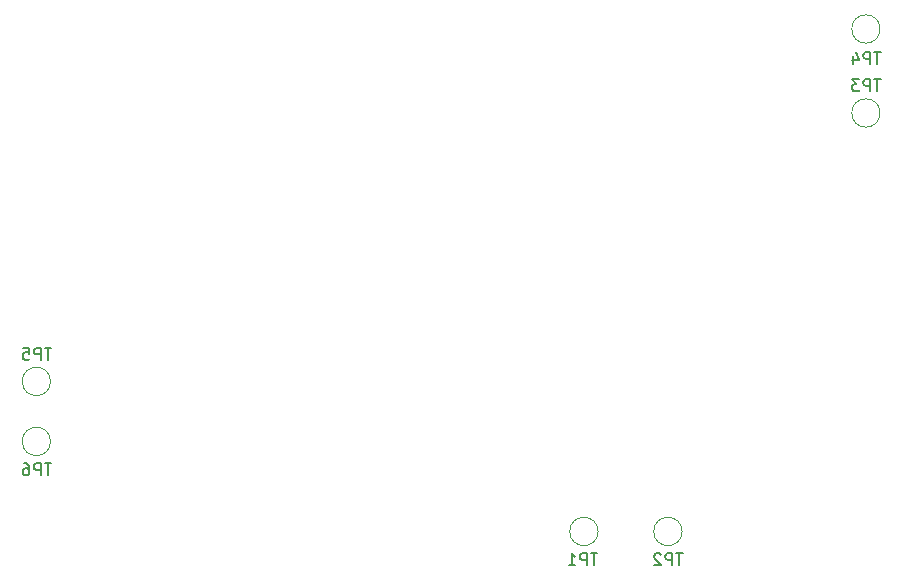
<source format=gbo>
G04 #@! TF.GenerationSoftware,KiCad,Pcbnew,6.0.2+dfsg-1*
G04 #@! TF.CreationDate,2023-08-12T13:44:00-06:00*
G04 #@! TF.ProjectId,ckt-soundplay,636b742d-736f-4756-9e64-706c61792e6b,rev?*
G04 #@! TF.SameCoordinates,Original*
G04 #@! TF.FileFunction,Legend,Bot*
G04 #@! TF.FilePolarity,Positive*
%FSLAX46Y46*%
G04 Gerber Fmt 4.6, Leading zero omitted, Abs format (unit mm)*
G04 Created by KiCad (PCBNEW 6.0.2+dfsg-1) date 2023-08-12 13:44:00*
%MOMM*%
%LPD*%
G01*
G04 APERTURE LIST*
%ADD10C,0.150000*%
%ADD11C,0.120000*%
G04 APERTURE END LIST*
D10*
X83684904Y-189571380D02*
X83113476Y-189571380D01*
X83399190Y-190571380D02*
X83399190Y-189571380D01*
X82780142Y-190571380D02*
X82780142Y-189571380D01*
X82399190Y-189571380D01*
X82303952Y-189619000D01*
X82256333Y-189666619D01*
X82208714Y-189761857D01*
X82208714Y-189904714D01*
X82256333Y-189999952D01*
X82303952Y-190047571D01*
X82399190Y-190095190D01*
X82780142Y-190095190D01*
X81827761Y-189666619D02*
X81780142Y-189619000D01*
X81684904Y-189571380D01*
X81446809Y-189571380D01*
X81351571Y-189619000D01*
X81303952Y-189666619D01*
X81256333Y-189761857D01*
X81256333Y-189857095D01*
X81303952Y-189999952D01*
X81875380Y-190571380D01*
X81256333Y-190571380D01*
X30217904Y-181951380D02*
X29646476Y-181951380D01*
X29932190Y-182951380D02*
X29932190Y-181951380D01*
X29313142Y-182951380D02*
X29313142Y-181951380D01*
X28932190Y-181951380D01*
X28836952Y-181999000D01*
X28789333Y-182046619D01*
X28741714Y-182141857D01*
X28741714Y-182284714D01*
X28789333Y-182379952D01*
X28836952Y-182427571D01*
X28932190Y-182475190D01*
X29313142Y-182475190D01*
X27884571Y-181951380D02*
X28075047Y-181951380D01*
X28170285Y-181999000D01*
X28217904Y-182046619D01*
X28313142Y-182189476D01*
X28360761Y-182379952D01*
X28360761Y-182760904D01*
X28313142Y-182856142D01*
X28265523Y-182903761D01*
X28170285Y-182951380D01*
X27979809Y-182951380D01*
X27884571Y-182903761D01*
X27836952Y-182856142D01*
X27789333Y-182760904D01*
X27789333Y-182522809D01*
X27836952Y-182427571D01*
X27884571Y-182379952D01*
X27979809Y-182332333D01*
X28170285Y-182332333D01*
X28265523Y-182379952D01*
X28313142Y-182427571D01*
X28360761Y-182522809D01*
X100448904Y-149439380D02*
X99877476Y-149439380D01*
X100163190Y-150439380D02*
X100163190Y-149439380D01*
X99544142Y-150439380D02*
X99544142Y-149439380D01*
X99163190Y-149439380D01*
X99067952Y-149487000D01*
X99020333Y-149534619D01*
X98972714Y-149629857D01*
X98972714Y-149772714D01*
X99020333Y-149867952D01*
X99067952Y-149915571D01*
X99163190Y-149963190D01*
X99544142Y-149963190D01*
X98639380Y-149439380D02*
X98020333Y-149439380D01*
X98353666Y-149820333D01*
X98210809Y-149820333D01*
X98115571Y-149867952D01*
X98067952Y-149915571D01*
X98020333Y-150010809D01*
X98020333Y-150248904D01*
X98067952Y-150344142D01*
X98115571Y-150391761D01*
X98210809Y-150439380D01*
X98496523Y-150439380D01*
X98591761Y-150391761D01*
X98639380Y-150344142D01*
X30217904Y-172172380D02*
X29646476Y-172172380D01*
X29932190Y-173172380D02*
X29932190Y-172172380D01*
X29313142Y-173172380D02*
X29313142Y-172172380D01*
X28932190Y-172172380D01*
X28836952Y-172220000D01*
X28789333Y-172267619D01*
X28741714Y-172362857D01*
X28741714Y-172505714D01*
X28789333Y-172600952D01*
X28836952Y-172648571D01*
X28932190Y-172696190D01*
X29313142Y-172696190D01*
X27836952Y-172172380D02*
X28313142Y-172172380D01*
X28360761Y-172648571D01*
X28313142Y-172600952D01*
X28217904Y-172553333D01*
X27979809Y-172553333D01*
X27884571Y-172600952D01*
X27836952Y-172648571D01*
X27789333Y-172743809D01*
X27789333Y-172981904D01*
X27836952Y-173077142D01*
X27884571Y-173124761D01*
X27979809Y-173172380D01*
X28217904Y-173172380D01*
X28313142Y-173124761D01*
X28360761Y-173077142D01*
X100448904Y-147153380D02*
X99877476Y-147153380D01*
X100163190Y-148153380D02*
X100163190Y-147153380D01*
X99544142Y-148153380D02*
X99544142Y-147153380D01*
X99163190Y-147153380D01*
X99067952Y-147201000D01*
X99020333Y-147248619D01*
X98972714Y-147343857D01*
X98972714Y-147486714D01*
X99020333Y-147581952D01*
X99067952Y-147629571D01*
X99163190Y-147677190D01*
X99544142Y-147677190D01*
X98115571Y-147486714D02*
X98115571Y-148153380D01*
X98353666Y-147105761D02*
X98591761Y-147820047D01*
X97972714Y-147820047D01*
X76445904Y-189571380D02*
X75874476Y-189571380D01*
X76160190Y-190571380D02*
X76160190Y-189571380D01*
X75541142Y-190571380D02*
X75541142Y-189571380D01*
X75160190Y-189571380D01*
X75064952Y-189619000D01*
X75017333Y-189666619D01*
X74969714Y-189761857D01*
X74969714Y-189904714D01*
X75017333Y-189999952D01*
X75064952Y-190047571D01*
X75160190Y-190095190D01*
X75541142Y-190095190D01*
X74017333Y-190571380D02*
X74588761Y-190571380D01*
X74303047Y-190571380D02*
X74303047Y-189571380D01*
X74398285Y-189714238D01*
X74493523Y-189809476D01*
X74588761Y-189857095D01*
D11*
X83623000Y-187706000D02*
G75*
G03*
X83623000Y-187706000I-1200000J0D01*
G01*
X30156000Y-180086000D02*
G75*
G03*
X30156000Y-180086000I-1200000J0D01*
G01*
X100387000Y-152273000D02*
G75*
G03*
X100387000Y-152273000I-1200000J0D01*
G01*
X30156000Y-175006000D02*
G75*
G03*
X30156000Y-175006000I-1200000J0D01*
G01*
X100387000Y-145161000D02*
G75*
G03*
X100387000Y-145161000I-1200000J0D01*
G01*
X76511000Y-187706000D02*
G75*
G03*
X76511000Y-187706000I-1200000J0D01*
G01*
M02*

</source>
